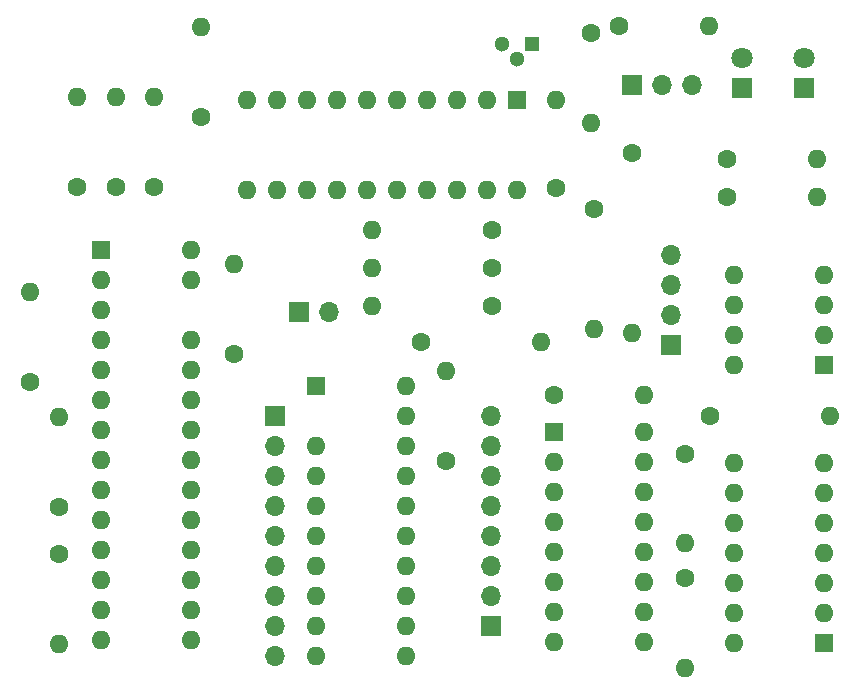
<source format=gbr>
G04 #@! TF.GenerationSoftware,KiCad,Pcbnew,5.1.6-c6e7f7d~87~ubuntu19.10.1*
G04 #@! TF.CreationDate,2020-11-03T03:18:30+01:00*
G04 #@! TF.ProjectId,fusedoctor,66757365-646f-4637-946f-722e6b696361,rev?*
G04 #@! TF.SameCoordinates,Original*
G04 #@! TF.FileFunction,Soldermask,Bot*
G04 #@! TF.FilePolarity,Negative*
%FSLAX46Y46*%
G04 Gerber Fmt 4.6, Leading zero omitted, Abs format (unit mm)*
G04 Created by KiCad (PCBNEW 5.1.6-c6e7f7d~87~ubuntu19.10.1) date 2020-11-03 03:18:30*
%MOMM*%
%LPD*%
G01*
G04 APERTURE LIST*
%ADD10O,1.600000X1.600000*%
%ADD11C,1.600000*%
%ADD12R,1.600000X1.600000*%
%ADD13O,1.700000X1.700000*%
%ADD14R,1.700000X1.700000*%
%ADD15C,1.300000*%
%ADD16R,1.300000X1.300000*%
%ADD17C,1.800000*%
%ADD18R,1.800000X1.800000*%
G04 APERTURE END LIST*
D10*
G04 #@! TO.C,JP5*
X68250000Y-102880000D03*
D11*
X68250000Y-110500000D03*
G04 #@! TD*
D10*
G04 #@! TO.C,R1*
X111250000Y-102750000D03*
D11*
X103630000Y-102750000D03*
G04 #@! TD*
D10*
G04 #@! TO.C,JP2*
X104750000Y-128740000D03*
D11*
X104750000Y-113500000D03*
G04 #@! TD*
D10*
G04 #@! TO.C,JP1*
X101500000Y-128410000D03*
D11*
X101500000Y-118250000D03*
G04 #@! TD*
D10*
G04 #@! TO.C,R8*
X82710000Y-120000000D03*
D11*
X92870000Y-120000000D03*
G04 #@! TD*
D10*
G04 #@! TO.C,R7*
X82710000Y-123250000D03*
D11*
X92870000Y-123250000D03*
G04 #@! TD*
D10*
G04 #@! TO.C,R6*
X82710000Y-126500000D03*
D11*
X92870000Y-126500000D03*
G04 #@! TD*
D10*
G04 #@! TO.C,U5*
X67370000Y-121730000D03*
X59750000Y-154750000D03*
X67370000Y-124270000D03*
X59750000Y-152210000D03*
X59750000Y-149670000D03*
X67370000Y-129350000D03*
X59750000Y-147130000D03*
X67370000Y-131890000D03*
X59750000Y-144590000D03*
X67370000Y-134430000D03*
X59750000Y-142050000D03*
X67370000Y-136970000D03*
X59750000Y-139510000D03*
X67370000Y-139510000D03*
X59750000Y-136970000D03*
X67370000Y-142050000D03*
X59750000Y-134430000D03*
X67370000Y-144590000D03*
X59750000Y-131890000D03*
X67370000Y-147130000D03*
X59750000Y-129350000D03*
X67370000Y-149670000D03*
X59750000Y-126810000D03*
X67370000Y-152210000D03*
X59750000Y-124270000D03*
X67370000Y-154750000D03*
D12*
X59750000Y-121730000D03*
G04 #@! TD*
D10*
G04 #@! TO.C,JP4*
X97000000Y-129500000D03*
D11*
X86840000Y-129500000D03*
G04 #@! TD*
D12*
G04 #@! TO.C,U1*
X95000000Y-109000000D03*
D10*
X72140000Y-116620000D03*
X92460000Y-109000000D03*
X74680000Y-116620000D03*
X89920000Y-109000000D03*
X77220000Y-116620000D03*
X87380000Y-109000000D03*
X79760000Y-116620000D03*
X84840000Y-109000000D03*
X82300000Y-116620000D03*
X82300000Y-109000000D03*
X84840000Y-116620000D03*
X79760000Y-109000000D03*
X87380000Y-116620000D03*
X77220000Y-109000000D03*
X89920000Y-116620000D03*
X74680000Y-109000000D03*
X92460000Y-116620000D03*
X72140000Y-109000000D03*
X95000000Y-116620000D03*
G04 #@! TD*
D13*
G04 #@! TO.C,J2*
X74500000Y-156120000D03*
X74500000Y-153580000D03*
X74500000Y-151040000D03*
X74500000Y-148500000D03*
X74500000Y-145960000D03*
X74500000Y-143420000D03*
X74500000Y-140880000D03*
X74500000Y-138340000D03*
D14*
X74500000Y-135800000D03*
G04 #@! TD*
D12*
G04 #@! TO.C,U6*
X78000000Y-133250000D03*
D10*
X85620000Y-156110000D03*
X85620000Y-153570000D03*
X78000000Y-138330000D03*
X85620000Y-151030000D03*
X78000000Y-140870000D03*
X85620000Y-148490000D03*
X78000000Y-143410000D03*
X85620000Y-145950000D03*
X78000000Y-145950000D03*
X85620000Y-143410000D03*
X78000000Y-148490000D03*
X85620000Y-140870000D03*
X78000000Y-151030000D03*
X85620000Y-138330000D03*
X78000000Y-153570000D03*
X85620000Y-135790000D03*
X78000000Y-156110000D03*
X85620000Y-133250000D03*
G04 #@! TD*
D15*
G04 #@! TO.C,Q1*
X94980000Y-105520000D03*
X93710000Y-104250000D03*
D16*
X96250000Y-104250000D03*
G04 #@! TD*
D11*
G04 #@! TO.C,JP7*
X89000000Y-139620000D03*
D10*
X89000000Y-132000000D03*
G04 #@! TD*
G04 #@! TO.C,JP3*
X121500000Y-135750000D03*
D11*
X111340000Y-135750000D03*
G04 #@! TD*
D10*
G04 #@! TO.C,JP6*
X109250000Y-157120000D03*
D11*
X109250000Y-149500000D03*
G04 #@! TD*
D10*
G04 #@! TO.C,R2*
X101250000Y-111000000D03*
D11*
X101250000Y-103380000D03*
G04 #@! TD*
D13*
G04 #@! TO.C,J5*
X79040000Y-127000000D03*
D14*
X76500000Y-127000000D03*
G04 #@! TD*
D13*
G04 #@! TO.C,J3*
X108000000Y-122130000D03*
X108000000Y-124670000D03*
X108000000Y-127210000D03*
D14*
X108000000Y-129750000D03*
G04 #@! TD*
D10*
G04 #@! TO.C,U2*
X105770000Y-137150000D03*
X98150000Y-154930000D03*
X105770000Y-139690000D03*
X98150000Y-152390000D03*
X105770000Y-142230000D03*
X98150000Y-149850000D03*
X105770000Y-144770000D03*
X98150000Y-147310000D03*
X105770000Y-147310000D03*
X98150000Y-144770000D03*
X105770000Y-149850000D03*
X98150000Y-142230000D03*
X105770000Y-152390000D03*
X98150000Y-139690000D03*
X105770000Y-154930000D03*
D12*
X98150000Y-137150000D03*
G04 #@! TD*
D10*
G04 #@! TO.C,C2*
X109250000Y-146500000D03*
D11*
X109250000Y-139000000D03*
G04 #@! TD*
D10*
G04 #@! TO.C,C1*
X98250000Y-109000000D03*
D11*
X98250000Y-116500000D03*
G04 #@! TD*
D10*
G04 #@! TO.C,R14*
X64250000Y-108750000D03*
D11*
X64250000Y-116370000D03*
G04 #@! TD*
D13*
G04 #@! TO.C,J1*
X92750000Y-135760000D03*
X92750000Y-138300000D03*
X92750000Y-140840000D03*
X92750000Y-143380000D03*
X92750000Y-145920000D03*
X92750000Y-148460000D03*
X92750000Y-151000000D03*
D14*
X92750000Y-153540000D03*
G04 #@! TD*
D10*
G04 #@! TO.C,R15*
X71000000Y-122880000D03*
D11*
X71000000Y-130500000D03*
G04 #@! TD*
D10*
G04 #@! TO.C,R10*
X53750000Y-125250000D03*
D11*
X53750000Y-132870000D03*
G04 #@! TD*
D10*
G04 #@! TO.C,R9*
X56250000Y-155120000D03*
D11*
X56250000Y-147500000D03*
G04 #@! TD*
G04 #@! TO.C,R5*
X98130000Y-134000000D03*
D10*
X105750000Y-134000000D03*
G04 #@! TD*
G04 #@! TO.C,R4*
X120370000Y-117250000D03*
D11*
X112750000Y-117250000D03*
G04 #@! TD*
D10*
G04 #@! TO.C,R3*
X120370000Y-114000000D03*
D11*
X112750000Y-114000000D03*
G04 #@! TD*
D17*
G04 #@! TO.C,D2*
X114000000Y-105460000D03*
D18*
X114000000Y-108000000D03*
G04 #@! TD*
D17*
G04 #@! TO.C,D1*
X119250000Y-105460000D03*
D18*
X119250000Y-108000000D03*
G04 #@! TD*
D13*
G04 #@! TO.C,J4*
X109830000Y-107750000D03*
X107290000Y-107750000D03*
D14*
X104750000Y-107750000D03*
G04 #@! TD*
D12*
G04 #@! TO.C,U4*
X121000000Y-155000000D03*
D10*
X113380000Y-139760000D03*
X121000000Y-152460000D03*
X113380000Y-142300000D03*
X121000000Y-149920000D03*
X113380000Y-144840000D03*
X121000000Y-147380000D03*
X113380000Y-147380000D03*
X121000000Y-144840000D03*
X113380000Y-149920000D03*
X121000000Y-142300000D03*
X113380000Y-152460000D03*
X121000000Y-139760000D03*
X113380000Y-155000000D03*
G04 #@! TD*
D12*
G04 #@! TO.C,U3*
X121000000Y-131500000D03*
D10*
X113380000Y-123880000D03*
X121000000Y-128960000D03*
X113380000Y-126420000D03*
X121000000Y-126420000D03*
X113380000Y-128960000D03*
X121000000Y-123880000D03*
X113380000Y-131500000D03*
G04 #@! TD*
G04 #@! TO.C,R13*
X61000000Y-108750000D03*
D11*
X61000000Y-116370000D03*
G04 #@! TD*
G04 #@! TO.C,R12*
X57750000Y-116370000D03*
D10*
X57750000Y-108750000D03*
G04 #@! TD*
G04 #@! TO.C,R11*
X56250000Y-135880000D03*
D11*
X56250000Y-143500000D03*
G04 #@! TD*
M02*

</source>
